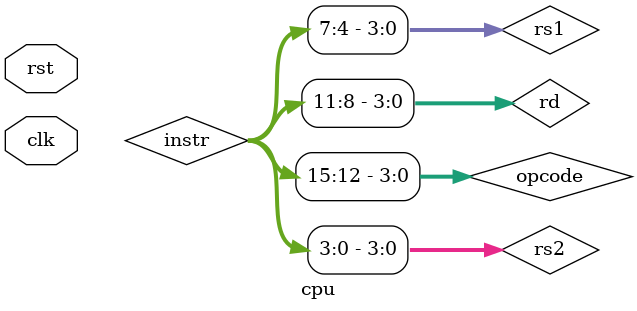
<source format=sv>
module imem(input [7:0] addr, output [15:0] instr);
  reg [15:0] memory [0:255];
  initial begin
    memory[0] = 16'b0001_0001_0010_0011; // ADD R1 = R2 + R3
    memory[1] = 16'b0010_0100_0101_0101; // SUB R4 = R5 - R5
    memory[2] = 16'b1111_0000_0000_0000; // HALT
  end
  assign instr = memory[addr];
endmodule

module regfile(input clk, input we, input [3:0] ra1, ra2, wa,
               input [7:0] wd, output [7:0] rd1, rd2);
  reg [7:0] regs [0:15];
  always @(posedge clk) begin
    if (we) regs[wa] <= wd;
  end
  assign rd1 = regs[ra1];
  assign rd2 = regs[ra2];
endmodule

module alu(input [7:0] a, b, input [1:0] op, output reg [7:0] result);
  always @(*) begin
    case(op)
      2'b00: result = a + b;   // ADD
      2'b01: result = a - b;   // SUB
      2'b10: result = a & b;   // AND
      2'b11: result = a | b;   // OR
    endcase
  end
endmodule

module control(input [3:0] opcode, output reg [1:0] alu_op, output reg reg_write);
  always @(*) begin
    case(opcode)
      4'b0001: begin alu_op = 2'b00; reg_write = 1; end // ADD
      4'b0010: begin alu_op = 2'b01; reg_write = 1; end // SUB
      4'b0011: begin alu_op = 2'b10; reg_write = 1; end // AND
      4'b0100: begin alu_op = 2'b11; reg_write = 1; end // OR
      default: begin alu_op = 2'b00; reg_write = 0; end // NOP/HALT
    endcase
  end
endmodule

module cpu(input clk, input rst);
  reg [7:0] pc = 0;
  wire [15:0] instr;
  wire [3:0] opcode, rd, rs1, rs2;
  wire [7:0] a, b, result;
  wire [1:0] alu_op;
  wire reg_write;

  assign opcode = instr[15:12];
  assign rd     = instr[11:8];
  assign rs1    = instr[7:4];
  assign rs2    = instr[3:0];

  imem im(pc, instr);
  regfile rf(clk, reg_write, rs1, rs2, rd, result, a, b);
  alu alu1(a, b, alu_op, result);
  control cu(opcode, alu_op, reg_write);

  always @(posedge clk or posedge rst) begin
    if (rst) pc <= 0;
    else if (opcode != 4'b1111) pc <= pc + 1; // skip HALT
  end
endmodule

</source>
